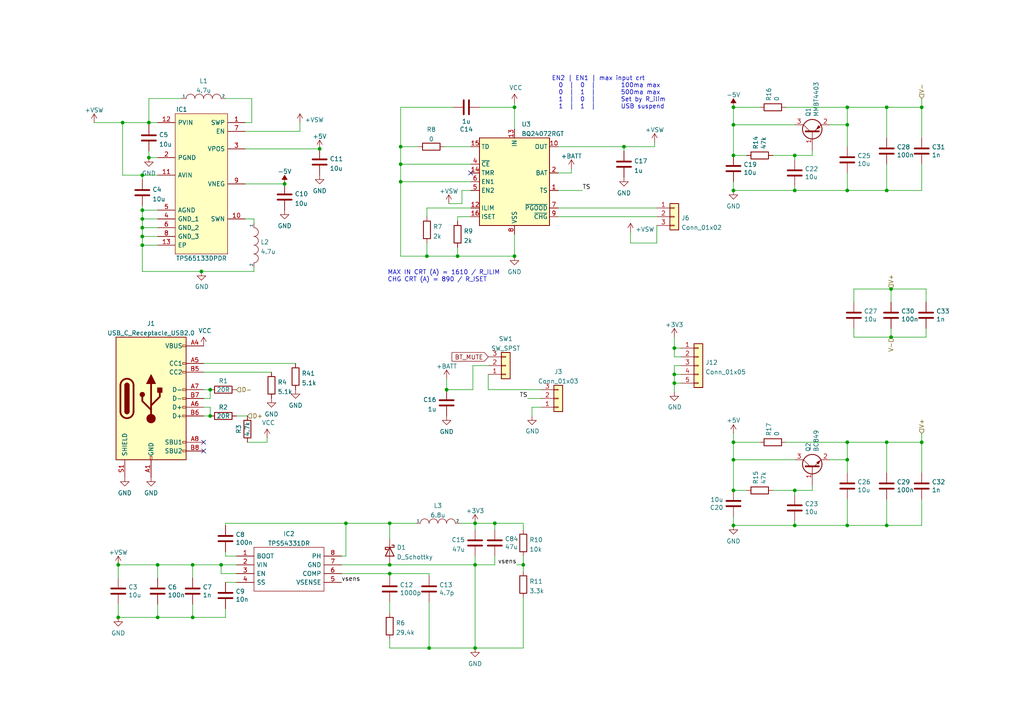
<source format=kicad_sch>
(kicad_sch (version 20211123) (generator eeschema)
  (paper "A4")
  (lib_symbols
    (symbol "Battery_Management:BQ24072RGT"
      (property "Reference" "U" (at -8.89 13.97 0))
      (property "Value" "BQ24072RGT" (at 16.51 13.97 0))
      (symbol "BQ24072RGT_0_1"
        (rectangle (start -10.16 12.7) (end 10.16 -12.7) (stroke (width 0.254)) (fill (type background)))
      )
      (symbol "BQ24072RGT_1_1"
        (pin passive line (at 12.7 -2.54 180) (length 2.54) (name "TS") (number "1"))
        (pin power_out line (at 12.7 10.16 180) (length 2.54) (name "OUT") (number "10"))
        (pin passive line (at 12.7 10.16 180) (length 2.54) hide (name "OUT") (number "11"))
        (pin passive line (at -12.7 -7.62 0) (length 2.54) (name "ILIM") (number "12"))
        (pin power_in line (at 0 15.24 270) (length 2.54) (name "IN") (number "13"))
        (pin input line (at -12.7 2.54 0) (length 2.54) (name "TMR") (number "14"))
        (pin input line (at -12.7 10.16 0) (length 2.54) (name "TD") (number "15"))
        (pin passive line (at -12.7 -10.16 0) (length 2.54) (name "ISET") (number "16"))
        (pin passive line (at 0 -15.24 90) (length 2.54) hide (name "VSS") (number "17"))
        (pin power_out line (at 12.7 2.54 180) (length 2.54) (name "BAT") (number "2"))
        (pin passive line (at 12.7 2.54 180) (length 2.54) hide (name "BAT") (number "3"))
        (pin input line (at -12.7 5.08 0) (length 2.54) (name "~{CE}") (number "4"))
        (pin input line (at -12.7 -2.54 0) (length 2.54) (name "EN2") (number "5"))
        (pin input line (at -12.7 0 0) (length 2.54) (name "EN1") (number "6"))
        (pin open_collector line (at 12.7 -7.62 180) (length 2.54) (name "~{PGOOD}") (number "7"))
        (pin power_in line (at 0 -15.24 90) (length 2.54) (name "VSS") (number "8"))
        (pin open_collector line (at 12.7 -10.16 180) (length 2.54) (name "~{CHG}") (number "9"))
      )
    )
    (symbol "Connector:USB_C_Receptacle_USB2.0" (pin_names (offset 1.016))
      (property "Reference" "J" (at -10.16 19.05 0))
      (property "Value" "USB_C_Receptacle_USB2.0" (at 19.05 19.05 0))
      (symbol "USB_C_Receptacle_USB2.0_0_0"
        (rectangle (start -0.254 -17.78) (end 0.254 -16.764))
        (rectangle (start 10.16 -14.986) (end 9.144 -15.494))
        (rectangle (start 10.16 -12.446) (end 9.144 -12.954))
        (rectangle (start 10.16 -4.826) (end 9.144 -5.334))
        (rectangle (start 10.16 -2.286) (end 9.144 -2.794))
        (rectangle (start 10.16 0.254) (end 9.144 -0.254))
        (rectangle (start 10.16 2.794) (end 9.144 2.286))
        (rectangle (start 10.16 7.874) (end 9.144 7.366))
        (rectangle (start 10.16 10.414) (end 9.144 9.906))
        (rectangle (start 10.16 15.494) (end 9.144 14.986))
      )
      (symbol "USB_C_Receptacle_USB2.0_0_1"
        (rectangle (start -10.16 17.78) (end 10.16 -17.78) (stroke (width 0.254)) (fill (type background)))
        (arc (start -8.89 -3.81) (mid -6.985 -5.715) (end -5.08 -3.81) (stroke (width 0.508)))
        (arc (start -7.62 -3.81) (mid -6.985 -4.445) (end -6.35 -3.81) (stroke (width 0.254)))
        (arc (start -7.62 -3.81) (mid -6.985 -4.445) (end -6.35 -3.81) (stroke (width 0.254)) (fill (type outline)))
        (rectangle (start -7.62 -3.81) (end -6.35 3.81) (stroke (width 0.254)) (fill (type outline)))
        (arc (start -6.35 3.81) (mid -6.985 4.445) (end -7.62 3.81) (stroke (width 0.254)))
        (arc (start -6.35 3.81) (mid -6.985 4.445) (end -7.62 3.81) (stroke (width 0.254)) (fill (type outline)))
        (arc (start -5.08 3.81) (mid -6.985 5.715) (end -8.89 3.81) (stroke (width 0.508)))
        (circle (center -2.54 1.143) (radius 0.635) (stroke (width 0.254)) (fill (type outline)))
        (circle (center 0 -5.842) (radius 1.27) (fill (type outline)))
        (polyline (pts (xy -8.89 -3.81) (xy -8.89 3.81)) (stroke (width 0.508)))
        (polyline (pts (xy -5.08 3.81) (xy -5.08 -3.81)) (stroke (width 0.508)))
        (polyline (pts (xy 0 -5.842) (xy 0 4.318)) (stroke (width 0.508)))
        (polyline (pts (xy 0 -3.302) (xy -2.54 -0.762) (xy -2.54 0.508)) (stroke (width 0.508)))
        (polyline (pts (xy 0 -2.032) (xy 2.54 0.508) (xy 2.54 1.778)) (stroke (width 0.508)))
        (polyline (pts (xy -1.27 4.318) (xy 0 6.858) (xy 1.27 4.318) (xy -1.27 4.318)) (stroke (width 0.254)) (fill (type outline)))
        (rectangle (start 1.905 1.778) (end 3.175 3.048) (stroke (width 0.254)) (fill (type outline)))
      )
      (symbol "USB_C_Receptacle_USB2.0_1_1"
        (pin passive line (at 0 -22.86 90) (length 5.08) (name "GND") (number "A1"))
        (pin passive line (at 0 -22.86 90) (length 5.08) hide (name "GND") (number "A12"))
        (pin passive line (at 15.24 15.24 180) (length 5.08) (name "VBUS") (number "A4"))
        (pin bidirectional line (at 15.24 10.16 180) (length 5.08) (name "CC1") (number "A5"))
        (pin bidirectional line (at 15.24 -2.54 180) (length 5.08) (name "D+") (number "A6"))
        (pin bidirectional line (at 15.24 2.54 180) (length 5.08) (name "D-") (number "A7"))
        (pin bidirectional line (at 15.24 -12.7 180) (length 5.08) (name "SBU1") (number "A8"))
        (pin passive line (at 15.24 15.24 180) (length 5.08) hide (name "VBUS") (number "A9"))
        (pin passive line (at 0 -22.86 90) (length 5.08) hide (name "GND") (number "B1"))
        (pin passive line (at 0 -22.86 90) (length 5.08) hide (name "GND") (number "B12"))
        (pin passive line (at 15.24 15.24 180) (length 5.08) hide (name "VBUS") (number "B4"))
        (pin bidirectional line (at 15.24 7.62 180) (length 5.08) (name "CC2") (number "B5"))
        (pin bidirectional line (at 15.24 -5.08 180) (length 5.08) (name "D+") (number "B6"))
        (pin bidirectional line (at 15.24 0 180) (length 5.08) (name "D-") (number "B7"))
        (pin bidirectional line (at 15.24 -15.24 180) (length 5.08) (name "SBU2") (number "B8"))
        (pin passive line (at 15.24 15.24 180) (length 5.08) hide (name "VBUS") (number "B9"))
        (pin passive line (at -7.62 -22.86 90) (length 5.08) (name "SHIELD") (number "S1"))
      )
    )
    (symbol "Connector_Generic:Conn_01x03" (pin_names (offset 1.016) hide)
      (property "Reference" "J" (at 0 5.08 0))
      (property "Value" "Conn_01x03" (at 0 -5.08 0))
      (symbol "Conn_01x03_1_1"
        (rectangle (start -1.27 -2.413) (end 0 -2.667) (stroke (width 0.1524)))
        (rectangle (start -1.27 0.127) (end 0 -0.127) (stroke (width 0.1524)))
        (rectangle (start -1.27 2.667) (end 0 2.413) (stroke (width 0.1524)))
        (rectangle (start -1.27 3.81) (end 1.27 -3.81) (stroke (width 0.254)) (fill (type background)))
        (pin passive line (at -5.08 2.54 0) (length 3.81) (name "Pin_1") (number "1"))
        (pin passive line (at -5.08 0 0) (length 3.81) (name "Pin_2") (number "2"))
        (pin passive line (at -5.08 -2.54 0) (length 3.81) (name "Pin_3") (number "3"))
      )
    )
    (symbol "Connector_Generic:Conn_01x05" (pin_names (offset 1.016) hide)
      (property "Reference" "J" (at 0 7.62 0))
      (property "Value" "Conn_01x05" (at 0 -7.62 0))
      (symbol "Conn_01x05_1_1"
        (rectangle (start -1.27 -4.953) (end 0 -5.207) (stroke (width 0.1524)))
        (rectangle (start -1.27 -2.413) (end 0 -2.667) (stroke (width 0.1524)))
        (rectangle (start -1.27 0.127) (end 0 -0.127) (stroke (width 0.1524)))
        (rectangle (start -1.27 2.667) (end 0 2.413) (stroke (width 0.1524)))
        (rectangle (start -1.27 5.207) (end 0 4.953) (stroke (width 0.1524)))
        (rectangle (start -1.27 6.35) (end 1.27 -6.35) (stroke (width 0.254)) (fill (type background)))
        (pin passive line (at -5.08 5.08 0) (length 3.81) (name "Pin_1") (number "1"))
        (pin passive line (at -5.08 2.54 0) (length 3.81) (name "Pin_2") (number "2"))
        (pin passive line (at -5.08 0 0) (length 3.81) (name "Pin_3") (number "3"))
        (pin passive line (at -5.08 -2.54 0) (length 3.81) (name "Pin_4") (number "4"))
        (pin passive line (at -5.08 -5.08 0) (length 3.81) (name "Pin_5") (number "5"))
      )
    )
    (symbol "Device:C" (pin_numbers hide) (pin_names (offset 0.254))
      (property "Reference" "C" (at 0.635 2.54 0))
      (property "Value" "C" (at 0.635 -2.54 0))
      (symbol "C_0_1"
        (polyline (pts (xy -2.032 -0.762) (xy 2.032 -0.762)) (stroke (width 0.508)))
        (polyline (pts (xy -2.032 0.762) (xy 2.032 0.762)) (stroke (width 0.508)))
      )
      (symbol "C_1_1"
        (pin passive line (at 0 3.81 270) (length 2.794) (name "~") (number "1"))
        (pin passive line (at 0 -3.81 90) (length 2.794) (name "~") (number "2"))
      )
    )
    (symbol "Device:D_Schottky" (pin_numbers hide) (pin_names (offset 1.016) hide)
      (property "Reference" "D" (at 0 2.54 0))
      (property "Value" "D_Schottky" (at 0 -2.54 0))
      (symbol "D_Schottky_0_1"
        (polyline (pts (xy 1.27 0) (xy -1.27 0)))
        (polyline (pts (xy 1.27 1.27) (xy 1.27 -1.27) (xy -1.27 0) (xy 1.27 1.27)) (stroke (width 0.254)))
        (polyline (pts (xy -1.905 0.635) (xy -1.905 1.27) (xy -1.27 1.27) (xy -1.27 -1.27) (xy -0.635 -1.27) (xy -0.635 -0.635)) (stroke (width 0.254)))
      )
      (symbol "D_Schottky_1_1"
        (pin passive line (at -3.81 0 0) (length 2.54) (name "K") (number "1"))
        (pin passive line (at 3.81 0 180) (length 2.54) (name "A") (number "2"))
      )
    )
    (symbol "Device:Q_PNP_BEC" (pin_names (offset 0) hide)
      (property "Reference" "Q" (at 5.08 1.27 0))
      (property "Value" "Q_PNP_BEC" (at 5.08 -1.27 0))
      (symbol "Q_PNP_BEC_0_1"
        (polyline (pts (xy 0.635 0.635) (xy 2.54 2.54)))
        (polyline (pts (xy 0.635 -0.635) (xy 2.54 -2.54) (xy 2.54 -2.54)))
        (polyline (pts (xy 0.635 1.905) (xy 0.635 -1.905) (xy 0.635 -1.905)) (stroke (width 0.508)))
        (polyline (pts (xy 2.286 -1.778) (xy 1.778 -2.286) (xy 1.27 -1.27) (xy 2.286 -1.778) (xy 2.286 -1.778)) (fill (type outline)))
        (circle (center 1.27 0) (radius 2.8194) (stroke (width 0.254)))
      )
      (symbol "Q_PNP_BEC_1_1"
        (pin input line (at -5.08 0 0) (length 5.715) (name "B") (number "1"))
        (pin passive line (at 2.54 -5.08 90) (length 2.54) (name "E") (number "2"))
        (pin passive line (at 2.54 5.08 270) (length 2.54) (name "C") (number "3"))
      )
    )
    (symbol "Device:R" (pin_numbers hide) (pin_names (offset 0))
      (property "Reference" "R" (at 2.032 0 90))
      (property "Value" "R" (at 0 0 90))
      (symbol "R_0_1"
        (rectangle (start -1.016 -2.54) (end 1.016 2.54) (stroke (width 0.254)))
      )
      (symbol "R_1_1"
        (pin passive line (at 0 3.81 270) (length 1.27) (name "~") (number "1"))
        (pin passive line (at 0 -3.81 90) (length 1.27) (name "~") (number "2"))
      )
    )
    (symbol "SamacSys_Parts:TPS54331DR" (pin_names (offset 0.762))
      (property "Reference" "IC" (at 26.67 7.62 0))
      (property "Value" "TPS54331DR" (at 26.67 5.08 0))
      (symbol "TPS54331DR_0_0"
        (pin passive line (at 0 0 0) (length 5.08) (name "BOOT") (number "1"))
        (pin passive line (at 0 -2.54 0) (length 5.08) (name "VIN") (number "2"))
        (pin passive line (at 0 -5.08 0) (length 5.08) (name "EN") (number "3"))
        (pin passive line (at 0 -7.62 0) (length 5.08) (name "SS") (number "4"))
        (pin passive line (at 30.48 -7.62 180) (length 5.08) (name "VSENSE") (number "5"))
        (pin passive line (at 30.48 -5.08 180) (length 5.08) (name "COMP") (number "6"))
        (pin passive line (at 30.48 -2.54 180) (length 5.08) (name "GND") (number "7"))
        (pin passive line (at 30.48 0 180) (length 5.08) (name "PH") (number "8"))
      )
      (symbol "TPS54331DR_0_1"
        (polyline (pts (xy 5.08 2.54) (xy 25.4 2.54) (xy 25.4 -10.16) (xy 5.08 -10.16) (xy 5.08 2.54)) (stroke (width 0.1524)))
      )
    )
    (symbol "SamacSys_Parts:TPS65133DPDR" (pin_names (offset 0.762))
      (property "Reference" "IC" (at 7.62 12.7 0))
      (property "Value" "TPS65133DPDR" (at 7.62 -30.48 0))
      (symbol "TPS65133DPDR_0_0"
        (pin passive line (at 27.94 8.89 180) (length 5.08) (name "SWP") (number "1"))
        (pin passive line (at 27.94 -19.05 180) (length 5.08) (name "SWN") (number "10"))
        (pin passive line (at 2.54 -6.35 0) (length 5.08) (name "AVIN") (number "11"))
        (pin passive line (at 2.54 8.89 0) (length 5.08) (name "PVIN") (number "12"))
        (pin passive line (at 2.54 -26.67 0) (length 5.08) (name "EP") (number "13"))
        (pin passive line (at 2.54 -1.27 0) (length 5.08) (name "PGND") (number "2"))
        (pin passive line (at 27.94 1.27 180) (length 5.08) (name "VPOS") (number "3"))
        (pin passive line (at 2.54 -19.05 0) (length 5.08) (name "GND_1") (number "4"))
        (pin passive line (at 2.54 -16.51 0) (length 5.08) (name "AGND") (number "5"))
        (pin passive line (at 2.54 -21.59 0) (length 5.08) (name "GND_2") (number "6"))
        (pin passive line (at 27.94 6.35 180) (length 5.08) (name "EN") (number "7"))
        (pin passive line (at 2.54 -24.13 0) (length 5.08) (name "GND_3") (number "8"))
        (pin passive line (at 27.94 -8.89 180) (length 5.08) (name "VNEG") (number "9"))
      )
      (symbol "TPS65133DPDR_0_1"
        (rectangle (start 7.62 11.43) (end 22.86 -29.21) (fill (type background)))
      )
    )
    (symbol "Transistor_BJT:BC849" (pin_names (offset 0) hide)
      (property "Reference" "Q" (at 5.08 1.905 0))
      (property "Value" "BC849" (at 5.08 0 0))
      (symbol "BC849_0_1"
        (polyline (pts (xy 0.635 0.635) (xy 2.54 2.54)))
        (polyline (pts (xy 0.635 -0.635) (xy 2.54 -2.54) (xy 2.54 -2.54)))
        (polyline (pts (xy 0.635 1.905) (xy 0.635 -1.905) (xy 0.635 -1.905)) (stroke (width 0.508)))
        (polyline (pts (xy 1.27 -1.778) (xy 1.778 -1.27) (xy 2.286 -2.286) (xy 1.27 -1.778) (xy 1.27 -1.778)) (fill (type outline)))
        (circle (center 1.27 0) (radius 2.8194) (stroke (width 0.254)))
      )
      (symbol "BC849_1_1"
        (pin input line (at -5.08 0 0) (length 5.715) (name "B") (number "1"))
        (pin passive line (at 2.54 -5.08 90) (length 2.54) (name "E") (number "2"))
        (pin passive line (at 2.54 5.08 270) (length 2.54) (name "C") (number "3"))
      )
    )
    (symbol "power:+3.3V" (power) (pin_names (offset 0))
      (property "Value" "+3.3V" (at 0 3.556 0))
      (symbol "+3.3V_0_1"
        (polyline (pts (xy -0.762 1.27) (xy 0 2.54)))
        (polyline (pts (xy 0 0) (xy 0 2.54)))
        (polyline (pts (xy 0 2.54) (xy 0.762 1.27)))
      )
      (symbol "+3.3V_1_1"
        (pin power_in line (at 0 0 90) (length 0) hide (name "+3V3") (number "1"))
      )
    )
    (symbol "power:+5V" (power) (pin_names (offset 0))
      (property "Value" "+5V" (at 0 3.556 0))
      (symbol "+5V_0_1"
        (polyline (pts (xy -0.762 1.27) (xy 0 2.54)))
        (polyline (pts (xy 0 0) (xy 0 2.54)))
        (polyline (pts (xy 0 2.54) (xy 0.762 1.27)))
      )
      (symbol "+5V_1_1"
        (pin power_in line (at 0 0 90) (length 0) hide (name "+5V") (number "1"))
      )
    )
    (symbol "power:+BATT" (power) (pin_names (offset 0))
      (property "Value" "+BATT" (at 0 3.556 0))
      (symbol "+BATT_0_1"
        (polyline (pts (xy -0.762 1.27) (xy 0 2.54)))
        (polyline (pts (xy 0 0) (xy 0 2.54)))
        (polyline (pts (xy 0 2.54) (xy 0.762 1.27)))
      )
      (symbol "+BATT_1_1"
        (pin power_in line (at 0 0 90) (length 0) hide (name "+BATT") (number "1"))
      )
    )
    (symbol "power:+VSW" (power) (pin_names (offset 0))
      (property "Value" "+VSW" (at 0 3.556 0))
      (symbol "+VSW_0_1"
        (polyline (pts (xy -0.762 1.27) (xy 0 2.54)))
        (polyline (pts (xy 0 0) (xy 0 2.54)))
        (polyline (pts (xy 0 2.54) (xy 0.762 1.27)))
      )
      (symbol "+VSW_1_1"
        (pin power_in line (at 0 0 90) (length 0) hide (name "+VSW") (number "1"))
      )
    )
    (symbol "power:-5V" (power) (pin_names (offset 0))
      (property "Value" "-5V" (at 0 3.81 0))
      (symbol "-5V_0_0"
        (pin power_in line (at 0 0 90) (length 0) hide (name "-5V") (number "1"))
      )
      (symbol "-5V_0_1"
        (polyline (pts (xy 0 0) (xy 0 1.27) (xy 0.762 1.27) (xy 0 2.54) (xy -0.762 1.27) (xy 0 1.27)) (fill (type outline)))
      )
    )
    (symbol "power:GND" (power) (pin_names (offset 0))
      (property "Value" "GND" (at 0 -3.81 0))
      (symbol "GND_0_1"
        (polyline (pts (xy 0 0) (xy 0 -1.27) (xy 1.27 -1.27) (xy 0 -2.54) (xy -1.27 -1.27) (xy 0 -1.27)))
      )
      (symbol "GND_1_1"
        (pin power_in line (at 0 0 270) (length 0) hide (name "GND") (number "1"))
      )
    )
    (symbol "power:VCC" (power) (pin_names (offset 0))
      (property "Value" "VCC" (at 0 3.81 0))
      (symbol "VCC_0_1"
        (polyline (pts (xy -0.762 1.27) (xy 0 2.54)))
        (polyline (pts (xy 0 0) (xy 0 2.54)))
        (polyline (pts (xy 0 2.54) (xy 0.762 1.27)))
      )
      (symbol "VCC_1_1"
        (pin power_in line (at 0 0 90) (length 0) hide (name "VCC") (number "1"))
      )
    )
    (symbol "pspice:INDUCTOR" (pin_numbers hide) (pin_names (offset 0))
      (property "Reference" "L" (at 0 2.54 0))
      (property "Value" "INDUCTOR" (at 0 -1.27 0))
      (symbol "INDUCTOR_0_1"
        (arc (start -2.54 0) (mid -3.81 1.27) (end -5.08 0))
        (arc (start 0 0) (mid -1.27 1.27) (end -2.54 0))
        (arc (start 2.54 0) (mid 1.27 1.27) (end 0 0))
        (arc (start 5.08 0) (mid 3.81 1.27) (end 2.54 0))
      )
      (symbol "INDUCTOR_1_1"
        (pin input line (at -6.35 0 0) (length 1.27) (name "1") (number "1"))
        (pin input line (at 6.35 0 180) (length 1.27) (name "2") (number "2"))
      )
    )
  )
  (junction (at 41.275 63.5))
  (junction (at 257.175 152.4))
  (junction (at 58.42 78.74))
  (junction (at 143.51 151.765))
  (junction (at 212.725 128.27))
  (junction (at 245.745 128.27))
  (junction (at 132.715 74.295))
  (junction (at 116.205 52.705))
  (junction (at 55.88 163.83))
  (junction (at 116.205 42.545))
  (junction (at 258.445 97.79))
  (junction (at 195.58 100.965))
  (junction (at 55.88 179.07))
  (junction (at 180.975 42.545))
  (junction (at 64.135 163.83))
  (junction (at 149.225 74.295))
  (junction (at 137.795 151.765))
  (junction (at 100.33 151.765))
  (junction (at 258.445 83.82))
  (junction (at 230.505 45.085))
  (junction (at 41.275 66.04))
  (junction (at 212.725 45.085))
  (junction (at 45.72 179.07))
  (junction (at 245.745 55.245))
  (junction (at 60.96 120.65))
  (junction (at 245.745 152.4))
  (junction (at 257.175 55.245))
  (junction (at 230.505 152.4))
  (junction (at 92.71 43.18))
  (junction (at 41.275 68.58))
  (junction (at 267.335 31.115))
  (junction (at 45.72 163.83))
  (junction (at 35.56 35.56))
  (junction (at 41.275 71.12))
  (junction (at 116.205 47.625))
  (junction (at 113.03 163.83))
  (junction (at 245.745 133.35))
  (junction (at 151.765 163.83))
  (junction (at 124.46 187.96))
  (junction (at 230.505 55.245))
  (junction (at 257.175 31.115))
  (junction (at 113.03 151.765))
  (junction (at 60.96 113.03))
  (junction (at 195.58 108.585))
  (junction (at 34.29 179.07))
  (junction (at 212.725 142.24))
  (junction (at 230.505 142.24))
  (junction (at 82.55 53.34))
  (junction (at 245.745 36.195))
  (junction (at 195.58 111.125))
  (junction (at 212.725 133.35))
  (junction (at 212.725 36.195))
  (junction (at 34.29 163.83))
  (junction (at 137.795 163.83))
  (junction (at 43.18 35.56))
  (junction (at 149.225 31.115))
  (junction (at 257.175 128.27))
  (junction (at 113.03 166.37))
  (junction (at 267.335 128.27))
  (junction (at 43.18 45.72))
  (junction (at 245.745 31.115))
  (junction (at 137.795 187.96))
  (junction (at 123.825 74.295))
  (junction (at 129.54 113.03))
  (junction (at 212.725 152.4))
  (junction (at 41.275 60.96))
  (junction (at 212.725 31.115))
  (junction (at 212.725 55.245))
  (junction (at 41.275 50.8))
  (no_connect (at 59.055 128.27))
  (no_connect (at 59.055 130.81))
  (no_connect (at 136.525 50.165))
  (wire (pts (xy 128.905 42.545) (xy 136.525 42.545)))
  (wire (pts (xy 247.65 83.82) (xy 258.445 83.82)))
  (wire (pts (xy 257.175 47.625) (xy 257.175 55.245)))
  (wire (pts (xy 45.72 175.26) (xy 45.72 179.07)))
  (wire (pts (xy 195.58 103.505) (xy 195.58 100.965)))
  (wire (pts (xy 41.275 63.5) (xy 41.275 66.04)))
  (wire (pts (xy 43.18 35.56) (xy 43.18 36.195)))
  (wire (pts (xy 258.445 97.79) (xy 268.605 97.79)))
  (wire (pts (xy 151.765 153.67) (xy 151.765 151.765)))
  (wire (pts (xy 136.525 47.625) (xy 116.205 47.625)))
  (wire (pts (xy 73.025 35.56) (xy 71.12 35.56)))
  (wire (pts (xy 245.745 55.245) (xy 245.745 50.165)))
  (wire (pts (xy 180.975 42.545) (xy 189.865 42.545)))
  (wire (pts (xy 41.275 50.8) (xy 35.56 50.8)))
  (wire (pts (xy 133.985 59.055) (xy 133.985 55.245)))
  (wire (pts (xy 154.305 118.11) (xy 156.845 118.11)))
  (wire (pts (xy 124.46 166.37) (xy 124.46 167.005)))
  (wire (pts (xy 137.795 187.96) (xy 124.46 187.96)))
  (wire (pts (xy 195.58 106.045) (xy 197.485 106.045)))
  (wire (pts (xy 224.155 45.085) (xy 230.505 45.085)))
  (wire (pts (xy 212.725 55.245) (xy 230.505 55.245)))
  (wire (pts (xy 86.995 35.56) (xy 86.995 38.1)))
  (wire (pts (xy 195.58 111.125) (xy 197.485 111.125)))
  (wire (pts (xy 230.505 55.245) (xy 245.745 55.245)))
  (wire (pts (xy 245.745 42.545) (xy 245.745 36.195)))
  (wire (pts (xy 227.965 31.115) (xy 245.745 31.115)))
  (wire (pts (xy 267.335 152.4) (xy 267.335 144.78)))
  (wire (pts (xy 71.12 38.1) (xy 86.995 38.1)))
  (wire (pts (xy 245.745 152.4) (xy 257.175 152.4)))
  (wire (pts (xy 123.825 74.295) (xy 132.715 74.295)))
  (wire (pts (xy 197.485 103.505) (xy 195.58 103.505)))
  (wire (pts (xy 257.175 137.16) (xy 257.175 128.27)))
  (wire (pts (xy 65.405 151.765) (xy 65.405 152.4)))
  (wire (pts (xy 143.51 161.29) (xy 143.51 163.83)))
  (wire (pts (xy 245.745 128.27) (xy 245.745 133.35)))
  (wire (pts (xy 41.275 60.96) (xy 41.275 63.5)))
  (wire (pts (xy 45.72 60.96) (xy 41.275 60.96)))
  (wire (pts (xy 230.505 152.4) (xy 230.505 151.13)))
  (wire (pts (xy 212.725 125.73) (xy 212.725 128.27)))
  (wire (pts (xy 235.585 45.085) (xy 235.585 43.815)))
  (wire (pts (xy 113.03 174.625) (xy 113.03 177.8)))
  (wire (pts (xy 230.505 152.4) (xy 245.745 152.4)))
  (wire (pts (xy 212.725 36.195) (xy 230.505 36.195)))
  (wire (pts (xy 257.175 40.005) (xy 257.175 31.115)))
  (wire (pts (xy 41.275 71.12) (xy 41.275 78.74)))
  (wire (pts (xy 195.58 108.585) (xy 195.58 111.125)))
  (wire (pts (xy 137.795 163.83) (xy 137.795 187.96)))
  (wire (pts (xy 136.525 60.325) (xy 123.825 60.325)))
  (wire (pts (xy 68.58 166.37) (xy 64.135 166.37)))
  (wire (pts (xy 258.445 83.82) (xy 268.605 83.82)))
  (wire (pts (xy 43.18 45.72) (xy 43.18 43.815)))
  (wire (pts (xy 151.765 187.96) (xy 137.795 187.96)))
  (wire (pts (xy 137.795 163.83) (xy 137.795 161.29)))
  (wire (pts (xy 216.535 142.24) (xy 212.725 142.24)))
  (wire (pts (xy 116.205 74.295) (xy 123.825 74.295)))
  (wire (pts (xy 267.335 128.27) (xy 267.335 125.73)))
  (wire (pts (xy 43.18 28.575) (xy 52.705 28.575)))
  (wire (pts (xy 245.745 137.16) (xy 245.745 133.35)))
  (wire (pts (xy 133.35 151.765) (xy 137.795 151.765)))
  (wire (pts (xy 141.605 108.585) (xy 141.605 113.03)))
  (wire (pts (xy 257.175 144.78) (xy 257.175 152.4)))
  (wire (pts (xy 230.505 143.51) (xy 230.505 142.24)))
  (wire (pts (xy 43.18 35.56) (xy 43.18 28.575)))
  (wire (pts (xy 43.18 45.72) (xy 45.72 45.72)))
  (wire (pts (xy 113.03 163.83) (xy 137.795 163.83)))
  (wire (pts (xy 224.155 142.24) (xy 230.505 142.24)))
  (wire (pts (xy 129.54 109.855) (xy 129.54 113.03)))
  (wire (pts (xy 116.205 52.705) (xy 116.205 74.295)))
  (wire (pts (xy 189.865 41.275) (xy 189.865 42.545)))
  (wire (pts (xy 216.535 45.085) (xy 212.725 45.085)))
  (wire (pts (xy 212.725 128.27) (xy 212.725 133.35)))
  (wire (pts (xy 41.275 66.04) (xy 41.275 68.58)))
  (wire (pts (xy 149.86 163.83) (xy 151.765 163.83)))
  (wire (pts (xy 35.56 35.56) (xy 43.18 35.56)))
  (wire (pts (xy 116.205 31.115) (xy 131.445 31.115)))
  (wire (pts (xy 212.725 149.86) (xy 212.725 152.4)))
  (wire (pts (xy 45.72 163.83) (xy 45.72 167.64)))
  (wire (pts (xy 212.725 128.27) (xy 220.345 128.27)))
  (wire (pts (xy 120.65 151.765) (xy 113.03 151.765)))
  (wire (pts (xy 132.715 64.135) (xy 132.715 62.865)))
  (wire (pts (xy 77.47 128.27) (xy 77.47 127)))
  (wire (pts (xy 60.96 115.57) (xy 60.96 113.03)))
  (wire (pts (xy 151.765 163.83) (xy 151.765 165.735)))
  (wire (pts (xy 212.725 31.115) (xy 220.345 31.115)))
  (wire (pts (xy 149.225 31.115) (xy 149.225 37.465)))
  (wire (pts (xy 59.055 120.65) (xy 60.96 120.65)))
  (wire (pts (xy 124.46 187.96) (xy 113.03 187.96)))
  (wire (pts (xy 121.285 42.545) (xy 116.205 42.545)))
  (wire (pts (xy 65.405 179.07) (xy 55.88 179.07)))
  (wire (pts (xy 123.825 70.485) (xy 123.825 74.295)))
  (wire (pts (xy 247.65 95.25) (xy 247.65 97.79)))
  (wire (pts (xy 139.065 31.115) (xy 149.225 31.115)))
  (wire (pts (xy 55.88 163.83) (xy 64.135 163.83)))
  (wire (pts (xy 73.66 63.5) (xy 73.66 64.77)))
  (wire (pts (xy 230.505 46.355) (xy 230.505 45.085)))
  (wire (pts (xy 41.275 63.5) (xy 45.72 63.5)))
  (wire (pts (xy 41.275 68.58) (xy 45.72 68.58)))
  (wire (pts (xy 73.66 78.74) (xy 58.42 78.74)))
  (wire (pts (xy 71.12 53.34) (xy 82.55 53.34)))
  (wire (pts (xy 45.72 35.56) (xy 43.18 35.56)))
  (wire (pts (xy 257.175 31.115) (xy 245.745 31.115)))
  (wire (pts (xy 161.925 55.245) (xy 168.91 55.245)))
  (wire (pts (xy 41.275 71.12) (xy 45.72 71.12)))
  (wire (pts (xy 161.925 60.325) (xy 190.5 60.325)))
  (wire (pts (xy 68.58 120.65) (xy 71.755 120.65)))
  (wire (pts (xy 55.88 163.83) (xy 55.88 167.64)))
  (wire (pts (xy 45.72 50.8) (xy 41.275 50.8)))
  (wire (pts (xy 180.975 42.545) (xy 180.975 43.815)))
  (wire (pts (xy 153.035 115.57) (xy 156.845 115.57)))
  (wire (pts (xy 73.66 77.47) (xy 73.66 78.74)))
  (wire (pts (xy 34.29 179.07) (xy 45.72 179.07)))
  (wire (pts (xy 65.405 176.53) (xy 65.405 179.07)))
  (wire (pts (xy 60.96 118.11) (xy 60.96 120.65)))
  (wire (pts (xy 41.275 59.69) (xy 41.275 60.96)))
  (wire (pts (xy 136.525 52.705) (xy 116.205 52.705)))
  (wire (pts (xy 59.055 105.41) (xy 85.725 105.41)))
  (wire (pts (xy 132.715 74.295) (xy 149.225 74.295)))
  (wire (pts (xy 65.405 28.575) (xy 73.025 28.575)))
  (wire (pts (xy 245.745 36.195) (xy 245.745 31.115)))
  (wire (pts (xy 212.725 52.705) (xy 212.725 55.245)))
  (wire (pts (xy 247.65 87.63) (xy 247.65 83.82)))
  (wire (pts (xy 247.65 97.79) (xy 258.445 97.79)))
  (wire (pts (xy 161.925 42.545) (xy 180.975 42.545)))
  (wire (pts (xy 45.72 179.07) (xy 55.88 179.07)))
  (wire (pts (xy 137.16 106.045) (xy 137.16 113.03)))
  (wire (pts (xy 132.715 71.755) (xy 132.715 74.295)))
  (wire (pts (xy 230.505 142.24) (xy 235.585 142.24)))
  (wire (pts (xy 212.725 31.115) (xy 212.725 36.195)))
  (wire (pts (xy 59.055 115.57) (xy 60.96 115.57)))
  (wire (pts (xy 240.665 36.195) (xy 245.745 36.195)))
  (wire (pts (xy 59.055 118.11) (xy 60.96 118.11)))
  (wire (pts (xy 230.505 45.085) (xy 235.585 45.085)))
  (wire (pts (xy 190.5 70.485) (xy 190.5 65.405)))
  (wire (pts (xy 267.335 31.115) (xy 267.335 28.575)))
  (wire (pts (xy 257.175 128.27) (xy 267.335 128.27)))
  (wire (pts (xy 34.29 163.83) (xy 45.72 163.83)))
  (wire (pts (xy 123.825 60.325) (xy 123.825 62.865)))
  (wire (pts (xy 268.605 97.79) (xy 268.605 95.25)))
  (wire (pts (xy 45.72 66.04) (xy 41.275 66.04)))
  (wire (pts (xy 212.725 45.085) (xy 212.725 36.195)))
  (wire (pts (xy 182.88 67.31) (xy 182.88 70.485)))
  (wire (pts (xy 113.03 187.96) (xy 113.03 185.42)))
  (wire (pts (xy 132.715 62.865) (xy 136.525 62.865)))
  (wire (pts (xy 245.745 128.27) (xy 257.175 128.27)))
  (wire (pts (xy 141.605 113.03) (xy 156.845 113.03)))
  (wire (pts (xy 267.335 128.27) (xy 267.335 137.16)))
  (wire (pts (xy 65.405 168.91) (xy 68.58 168.91)))
  (wire (pts (xy 116.205 47.625) (xy 116.205 52.705)))
  (wire (pts (xy 227.965 128.27) (xy 245.745 128.27)))
  (wire (pts (xy 113.03 166.37) (xy 113.03 167.005)))
  (wire (pts (xy 195.58 111.125) (xy 195.58 113.665)))
  (wire (pts (xy 230.505 55.245) (xy 230.505 53.975)))
  (wire (pts (xy 149.225 29.845) (xy 149.225 31.115)))
  (wire (pts (xy 267.335 31.115) (xy 267.335 40.005)))
  (wire (pts (xy 137.795 163.83) (xy 143.51 163.83)))
  (wire (pts (xy 71.755 128.27) (xy 77.47 128.27)))
  (wire (pts (xy 195.58 106.045) (xy 195.58 108.585)))
  (wire (pts (xy 35.56 50.8) (xy 35.56 35.56)))
  (wire (pts (xy 258.445 83.82) (xy 258.445 87.63)))
  (wire (pts (xy 55.88 179.07) (xy 55.88 175.26)))
  (wire (pts (xy 212.725 152.4) (xy 230.505 152.4)))
  (wire (pts (xy 60.96 113.03) (xy 59.055 113.03)))
  (wire (pts (xy 68.58 161.29) (xy 65.405 161.29)))
  (wire (pts (xy 141.605 106.045) (xy 137.16 106.045)))
  (wire (pts (xy 64.135 166.37) (xy 64.135 163.83)))
  (wire (pts (xy 124.46 174.625) (xy 124.46 187.96)))
  (wire (pts (xy 245.745 55.245) (xy 257.175 55.245)))
  (wire (pts (xy 45.72 163.83) (xy 55.88 163.83)))
  (wire (pts (xy 41.275 50.8) (xy 41.275 52.07)))
  (wire (pts (xy 149.225 67.945) (xy 149.225 74.295)))
  (wire (pts (xy 245.745 152.4) (xy 245.745 144.78)))
  (wire (pts (xy 212.725 142.24) (xy 212.725 133.35)))
  (wire (pts (xy 113.03 166.37) (xy 124.46 166.37)))
  (wire (pts (xy 165.735 50.165) (xy 165.735 48.895)))
  (wire (pts (xy 100.33 151.765) (xy 100.33 161.29)))
  (wire (pts (xy 71.12 63.5) (xy 73.66 63.5)))
  (wire (pts (xy 195.58 100.965) (xy 195.58 97.79)))
  (wire (pts (xy 129.54 113.03) (xy 137.16 113.03)))
  (wire (pts (xy 161.925 62.865) (xy 190.5 62.865)))
  (wire (pts (xy 240.665 133.35) (xy 245.745 133.35)))
  (wire (pts (xy 195.58 108.585) (xy 197.485 108.585)))
  (wire (pts (xy 99.06 161.29) (xy 100.33 161.29)))
  (wire (pts (xy 267.335 55.245) (xy 267.335 47.625)))
  (wire (pts (xy 151.765 163.83) (xy 151.765 161.29)))
  (wire (pts (xy 235.585 142.24) (xy 235.585 140.97)))
  (wire (pts (xy 34.29 175.26) (xy 34.29 179.07)))
  (wire (pts (xy 137.795 153.67) (xy 137.795 151.765)))
  (wire (pts (xy 257.175 55.245) (xy 267.335 55.245)))
  (wire (pts (xy 130.175 59.055) (xy 133.985 59.055)))
  (wire (pts (xy 99.06 166.37) (xy 113.03 166.37)))
  (wire (pts (xy 116.205 31.115) (xy 116.205 42.545)))
  (wire (pts (xy 212.725 133.35) (xy 230.505 133.35)))
  (wire (pts (xy 151.765 151.765) (xy 143.51 151.765)))
  (wire (pts (xy 71.12 43.18) (xy 92.71 43.18)))
  (wire (pts (xy 73.025 28.575) (xy 73.025 35.56)))
  (wire (pts (xy 116.205 42.545) (xy 116.205 47.625)))
  (wire (pts (xy 161.925 50.165) (xy 165.735 50.165)))
  (wire (pts (xy 151.765 173.355) (xy 151.765 187.96)))
  (wire (pts (xy 195.58 100.965) (xy 197.485 100.965)))
  (wire (pts (xy 59.055 107.95) (xy 78.74 107.95)))
  (wire (pts (xy 257.175 152.4) (xy 267.335 152.4)))
  (wire (pts (xy 133.985 55.245) (xy 136.525 55.245)))
  (wire (pts (xy 113.03 151.765) (xy 100.33 151.765)))
  (wire (pts (xy 100.33 151.765) (xy 65.405 151.765)))
  (wire (pts (xy 182.88 70.485) (xy 190.5 70.485)))
  (wire (pts (xy 267.335 31.115) (xy 257.175 31.115)))
  (wire (pts (xy 154.305 118.11) (xy 154.305 120.65)))
  (wire (pts (xy 34.29 167.64) (xy 34.29 163.83)))
  (wire (pts (xy 143.51 151.765) (xy 143.51 153.67)))
  (wire (pts (xy 64.135 163.83) (xy 68.58 163.83)))
  (wire (pts (xy 143.51 151.765) (xy 137.795 151.765)))
  (wire (pts (xy 27.305 35.56) (xy 35.56 35.56)))
  (wire (pts (xy 41.275 78.74) (xy 58.42 78.74)))
  (wire (pts (xy 99.06 163.83) (xy 113.03 163.83)))
  (wire (pts (xy 65.405 161.29) (xy 65.405 160.02)))
  (wire (pts (xy 258.445 95.25) (xy 258.445 97.79)))
  (wire (pts (xy 268.605 83.82) (xy 268.605 87.63)))
  (wire (pts (xy 41.275 68.58) (xy 41.275 71.12)))
  (wire (pts (xy 113.03 151.765) (xy 113.03 156.21)))
  (text "MAX IN CRT (A) = 1610 / R_ILIM\nCHG CRT (A) = 890 / R_ISET" (at 112.395 81.915 0) (effects (font (size 1.27 1.27)) (justify left bottom)))
  (text "EN2 | EN1 | max input crt\n  0  |  0  |	100ma max\n  0  |  1  |	500ma max\n  1  |  0  |	Set by R_ilim\n  1  |  1  |	USB suspend" (at 160.02 31.75 0) (effects (font (size 1.27 1.27)) (justify left bottom)))
  (label "vsens" (at 99.06 168.91 0))
  (label "TS" (at 153.035 115.57 180))
  (label "vsens" (at 149.86 163.83 180))
  (label "TS" (at 168.91 55.245 0))
  (global_label "BT_MUTE" (shape input) (at 141.605 103.505 180) (property "Intersheet References" "${INTERSHEET_REFS}" (effects hide)))
  (hierarchical_label "D-" (shape input) (at 68.58 113.03 0))
  (hierarchical_label "V-" (shape input) (at 258.445 97.79 270))
  (hierarchical_label "D+" (shape input) (at 71.755 120.65 0))
  (hierarchical_label "V+" (shape input) (at 258.445 83.82 90))
  (hierarchical_label "V-" (shape input) (at 267.335 28.575 90))
  (hierarchical_label "V+" (shape input) (at 267.335 125.73 90))
  (symbol (lib_id "Transistor_BJT:BC849") (at 235.585 135.89 90) (unit 1)
    (property "Reference" "Q2" (at 234.4166 131.0386 0) (effects (justify left)))
    (property "Value" "BC849" (at 236.728 131.0386 0) (effects (justify left)))
    (property "Footprint" "Package_TO_SOT_SMD:SOT-23" (effects hide))
    (property "Datasheet" "http://www.infineon.com/dgdl/Infineon-BC847SERIES_BC848SERIES_BC849SERIES_BC850SERIES-DS-v01_01-en.pdf?fileId=db3a304314dca389011541d4630a1657" (effects hide))
  )
  (symbol (lib_id "Device:R") (at 220.345 142.24 90) (unit 1)
    (property "Reference" "R15" (at 219.1766 140.462 0) (effects (justify left)))
    (property "Value" "47k" (at 221.488 140.462 0) (effects (justify left)))
    (property "Footprint" "Resistor_SMD:R_0603_1608Metric" (effects hide))
  )
  (symbol (lib_id "Device:Q_PNP_BEC") (at 235.585 38.735 90) (unit 1)
    (property "Reference" "Q1" (at 234.4166 33.8836 0) (effects (justify left)))
    (property "Value" "MMBT4403" (at 236.728 33.8836 0) (effects (justify left)))
    (property "Footprint" "Package_TO_SOT_SMD:SOT-23" (effects hide))
  )
  (symbol (lib_id "Device:C") (at 230.505 147.32 0) (unit 1)
    (property "Reference" "C23" (at 233.426 146.1516 0) (effects (justify left)))
    (property "Value" "10u" (at 233.426 148.463 0) (effects (justify left)))
    (property "Footprint" "Capacitor_SMD:C_0603_1608Metric" (effects hide))
  )
  (symbol (lib_id "Device:R") (at 220.345 45.085 90) (unit 1)
    (property "Reference" "R14" (at 219.1766 43.307 0) (effects (justify left)))
    (property "Value" "47k" (at 221.488 43.307 0) (effects (justify left)))
    (property "Footprint" "Resistor_SMD:R_0603_1608Metric" (effects hide))
  )
  (symbol (lib_id "Device:C") (at 230.505 50.165 0) (unit 1)
    (property "Reference" "C22" (at 233.426 48.9966 0) (effects (justify left)))
    (property "Value" "10u" (at 233.426 51.308 0) (effects (justify left)))
    (property "Footprint" "Capacitor_SMD:C_0603_1608Metric" (effects hide))
  )
  (symbol (lib_id "Device:C") (at 212.725 146.05 180) (unit 1)
    (property "Reference" "C20" (at 209.804 147.2184 0) (effects (justify left)))
    (property "Value" "10u" (at 209.804 144.907 0) (effects (justify left)))
    (property "Footprint" "Capacitor_SMD:C_0603_1608Metric" (effects hide))
  )
  (symbol (lib_id "Device:C") (at 212.725 48.895 0) (unit 1)
    (property "Reference" "C19" (at 215.646 47.7266 0) (effects (justify left)))
    (property "Value" "10u" (at 215.646 50.038 0) (effects (justify left)))
    (property "Footprint" "Capacitor_SMD:C_0603_1608Metric" (effects hide))
  )
  (symbol (lib_id "Device:R") (at 224.155 31.115 90) (unit 1)
    (property "Reference" "R16" (at 222.9866 29.337 0) (effects (justify left)))
    (property "Value" "0" (at 225.298 29.337 0) (effects (justify left)))
    (property "Footprint" "Resistor_SMD:R_0603_1608Metric" (effects hide))
  )
  (symbol (lib_id "Device:R") (at 224.155 128.27 90) (unit 1)
    (property "Reference" "R17" (at 222.9866 126.492 0) (effects (justify left)))
    (property "Value" "0" (at 225.298 126.492 0) (effects (justify left)))
    (property "Footprint" "Resistor_SMD:R_0603_1608Metric" (effects hide))
  )
  (symbol (lib_id "Device:R") (at 123.825 66.675 0) (unit 1)
    (property "Reference" "R7" (at 125.603 65.7665 0) (effects (justify left)))
    (property "Value" "2k" (at 125.603 68.5416 0) (effects (justify left)))
    (property "Footprint" "Resistor_SMD:R_0603_1608Metric" (effects hide))
  )
  (symbol (lib_id "power:+5V") (at 212.725 125.73 0) (unit 1)
    (property "Reference" "#PWR034" (effects hide))
    (property "Value" "+5V" (at 212.725 121.92 0))
  )
  (symbol (lib_id "power:-5V") (at 82.55 53.34 0) (unit 1)
    (property "Reference" "#PWR017" (effects hide))
    (property "Value" "-5V" (at 82.55 49.7355 0))
  )
  (symbol (lib_id "Device:C") (at 113.03 170.815 0) (unit 1)
    (property "Reference" "C12" (at 115.951 169.6466 0) (effects (justify left)))
    (property "Value" "1000p" (at 115.951 171.958 0) (effects (justify left)))
    (property "Footprint" "Capacitor_SMD:C_0603_1608Metric" (effects hide))
  )
  (symbol (lib_id "Device:C") (at 180.975 47.625 0) (unit 1)
    (property "Reference" "C17" (at 183.896 46.7165 0) (effects (justify left)))
    (property "Value" "1u" (at 183.896 49.4916 0) (effects (justify left)))
    (property "Footprint" "Capacitor_SMD:C_0603_1608Metric" (effects hide))
  )
  (symbol (lib_id "Device:C") (at 92.71 46.99 0) (unit 1)
    (property "Reference" "C11" (at 95.631 46.0815 0) (effects (justify left)))
    (property "Value" "10u" (at 95.631 48.8566 0) (effects (justify left)))
    (property "Footprint" "Capacitor_SMD:C_0603_1608Metric" (effects hide))
  )
  (symbol (lib_id "pspice:INDUCTOR") (at 73.66 71.12 270) (unit 1)
    (property "Reference" "L2" (at 75.565 70.2115 90) (effects (justify left)))
    (property "Value" "4.7u" (at 75.565 72.9866 90) (effects (justify left)))
    (property "Footprint" "Inductor_SMD:L_Vishay_IHLP-1212" (effects hide))
  )
  (symbol (lib_id "SamacSys_Parts:TPS65133DPDR") (at 43.18 44.45 0) (unit 1)
    (property "Reference" "IC1" (at 52.705 31.75 0))
    (property "Value" "TPS65133DPDR" (at 58.42 74.93 0))
    (property "Footprint" "SamacSys_Parts:SON45P300X300X80-13N-D" (effects hide))
    (property "Datasheet" "http://www.ti.com/lit/ds/symlink/tps65133.pdf" (effects hide))
    (property "Description" "Split-Rail Converter, +/-5V, 250mA Dual Output Power Supply" (effects hide))
    (property "Height" "0.8" (effects hide))
    (property "Mouser Part Number" "595-TPS65133DPDR" (effects hide))
    (property "Mouser Price/Stock" "https://www.mouser.co.uk/ProductDetail/Texas-Instruments/TPS65133DPDR?qs=7GxONfNUZSjxiorxR5wfmg%3D%3D" (effects hide))
    (property "Manufacturer_Name" "Texas Instruments" (effects hide))
    (property "Manufacturer_Part_Number" "TPS65133DPDR" (effects hide))
  )
  (symbol (lib_id "power:GND") (at 36.195 138.43 0) (unit 1)
    (property "Reference" "#PWR0101" (effects hide))
    (property "Value" "GND" (at 36.195 142.9925 0))
  )
  (symbol (lib_id "power:+VSW") (at 130.175 59.055 0) (unit 1)
    (property "Reference" "#PWR022" (effects hide))
    (property "Value" "+VSW" (at 130.175 55.4505 0))
  )
  (symbol (lib_id "Device:C") (at 135.255 31.115 90) (mirror x) (unit 1)
    (property "Reference" "C14" (at 135.255 37.5158 90))
    (property "Value" "1u" (at 135.255 35.2044 90))
    (property "Footprint" "Capacitor_SMD:C_0603_1608Metric" (effects hide))
  )
  (symbol (lib_id "Device:C") (at 267.335 140.97 0) (unit 1)
    (property "Reference" "C32" (at 270.256 139.8016 0) (effects (justify left)))
    (property "Value" "1n" (at 270.256 142.113 0) (effects (justify left)))
    (property "Footprint" "Capacitor_SMD:C_0603_1608Metric" (effects hide))
  )
  (symbol (lib_id "Device:R") (at 71.755 124.46 0) (unit 1)
    (property "Reference" "R3" (at 69.215 124.46 90))
    (property "Value" "4.7k" (at 71.755 124.46 90))
    (property "Footprint" "Resistor_SMD:R_0603_1608Metric" (effects hide))
  )
  (symbol (lib_id "power:VCC") (at 59.055 100.33 0) (unit 1)
    (property "Reference" "#PWR0107" (effects hide))
    (property "Value" "VCC" (at 59.436 95.9358 0))
  )
  (symbol (lib_id "Device:R") (at 64.77 113.03 270) (unit 1)
    (property "Reference" "R1" (at 64.77 110.49 90))
    (property "Value" "20R" (at 64.77 113.03 90))
    (property "Footprint" "Resistor_SMD:R_0603_1608Metric" (effects hide))
  )
  (symbol (lib_id "Device:C") (at 245.745 46.355 0) (unit 1)
    (property "Reference" "C25" (at 248.666 45.1866 0) (effects (justify left)))
    (property "Value" "10u" (at 248.666 47.498 0) (effects (justify left)))
    (property "Footprint" "Capacitor_SMD:C_0603_1608Metric" (effects hide))
  )
  (symbol (lib_id "Device:R") (at 151.765 169.545 0) (mirror y) (unit 1)
    (property "Reference" "R11" (at 153.543 168.6365 0) (effects (justify right)))
    (property "Value" "3.3k" (at 153.543 171.4116 0) (effects (justify right)))
    (property "Footprint" "Resistor_SMD:R_0603_1608Metric" (effects hide))
  )
  (symbol (lib_id "power:GND") (at 180.975 51.435 0) (unit 1)
    (property "Reference" "#PWR030" (effects hide))
    (property "Value" "GND" (at 180.975 55.9975 0))
  )
  (symbol (lib_id "power:GND") (at 58.42 78.74 0) (unit 1)
    (property "Reference" "#PWR016" (effects hide))
    (property "Value" "GND" (at 58.547 83.1342 0))
  )
  (symbol (lib_id "Device:R") (at 125.095 42.545 90) (unit 1)
    (property "Reference" "R8" (at 125.095 37.5625 90))
    (property "Value" "0" (at 125.095 40.3376 90))
    (property "Footprint" "Resistor_SMD:R_0603_1608Metric" (effects hide))
  )
  (symbol (lib_id "Device:R") (at 151.765 157.48 0) (mirror y) (unit 1)
    (property "Reference" "R10" (at 153.543 156.5715 0) (effects (justify right)))
    (property "Value" "10k" (at 153.543 159.3466 0) (effects (justify right)))
    (property "Footprint" "Resistor_SMD:R_0603_1608Metric" (effects hide))
  )
  (symbol (lib_id "Device:C") (at 143.51 157.48 0) (unit 1)
    (property "Reference" "C84" (at 146.431 156.3116 0) (effects (justify left)))
    (property "Value" "47u" (at 146.431 158.623 0) (effects (justify left)))
    (property "Footprint" "Capacitor_SMD:C_1206_3216Metric" (effects hide))
  )
  (symbol (lib_id "Device:C") (at 137.795 157.48 0) (unit 1)
    (property "Reference" "C15" (at 134.8741 156.5715 0) (effects (justify right)))
    (property "Value" "47u" (at 134.8741 159.3466 0) (effects (justify right)))
    (property "Footprint" "Capacitor_SMD:C_1206_3216Metric" (effects hide))
  )
  (symbol (lib_id "Device:C") (at 245.745 140.97 0) (unit 1)
    (property "Reference" "C26" (at 248.666 139.8016 0) (effects (justify left)))
    (property "Value" "10u" (at 248.666 142.113 0) (effects (justify left)))
    (property "Footprint" "Capacitor_SMD:C_0603_1608Metric" (effects hide))
  )
  (symbol (lib_id "Device:C") (at 41.275 55.88 0) (unit 1)
    (property "Reference" "C4" (at 44.196 54.9715 0) (effects (justify left)))
    (property "Value" "10u" (at 44.196 57.7466 0) (effects (justify left)))
    (property "Footprint" "Capacitor_SMD:C_0603_1608Metric" (effects hide))
  )
  (symbol (lib_id "Device:C") (at 268.605 91.44 0) (unit 1)
    (property "Reference" "C33" (at 271.526 90.2716 0) (effects (justify left)))
    (property "Value" "1n" (at 271.526 92.583 0) (effects (justify left)))
    (property "Footprint" "Capacitor_SMD:C_0603_1608Metric" (effects hide))
  )
  (symbol (lib_id "power:GND") (at 154.305 120.65 0) (unit 1)
    (property "Reference" "#PWR029" (effects hide))
    (property "Value" "GND" (at 154.432 125.0442 0))
  )
  (symbol (lib_id "power:VCC") (at 77.47 127 0) (unit 1)
    (property "Reference" "#PWR0105" (effects hide))
    (property "Value" "VCC" (at 77.851 122.6058 0))
  )
  (symbol (lib_id "power:GND") (at 212.725 152.4 0) (unit 1)
    (property "Reference" "#PWR035" (effects hide))
    (property "Value" "GND" (at 212.725 156.9625 0))
  )
  (symbol (lib_id "power:+VSW") (at 189.865 41.275 0) (unit 1)
    (property "Reference" "#PWR031" (effects hide))
    (property "Value" "+VSW" (at 189.865 37.6705 0))
  )
  (symbol (lib_id "power:+VSW") (at 182.88 67.31 0) (unit 1)
    (property "Reference" "#PWR0121" (effects hide))
    (property "Value" "+VSW" (at 184.277 66.519 0) (effects (justify left)))
  )
  (symbol (lib_id "power:+3.3V") (at 137.795 151.765 0) (unit 1)
    (property "Reference" "#PWR023" (effects hide))
    (property "Value" "+3.3V" (at 137.795 148.1605 0))
  )
  (symbol (lib_id "Connector_Generic:Conn_01x03") (at 195.58 62.865 0) (unit 1)
    (property "Reference" "J6" (at 197.612 63.2265 0) (effects (justify left)))
    (property "Value" "Conn_01x02" (at 197.612 66.0016 0) (effects (justify left)))
    (property "Footprint" "Connector_Harwin:Harwin_M20-89003xx_1x03_P2.54mm_Horizontal" (effects hide))
  )
  (symbol (lib_id "Device:C") (at 267.335 43.815 0) (unit 1)
    (property "Reference" "C31" (at 270.256 42.6466 0) (effects (justify left)))
    (property "Value" "1n" (at 270.256 44.958 0) (effects (justify left)))
    (property "Footprint" "Capacitor_SMD:C_0603_1608Metric" (effects hide))
  )
  (symbol (lib_id "Device:D_Schottky") (at 113.03 160.02 270) (unit 1)
    (property "Reference" "D1" (at 115.062 158.794 90) (effects (justify left)))
    (property "Value" "D_Schottky" (at 115.062 161.5691 90) (effects (justify left)))
    (property "Footprint" "Diode_SMD:D_SOD-123" (effects hide))
  )
  (symbol (lib_id "power:+VSW") (at 34.29 163.83 0) (unit 1)
    (property "Reference" "#PWR0103" (effects hide))
    (property "Value" "+VSW" (at 34.29 160.2255 0))
  )
  (symbol (lib_id "SamacSys_Parts:TPS54331DR") (at 68.58 161.29 0) (unit 1)
    (property "Reference" "IC2" (at 83.82 154.8343 0))
    (property "Value" "TPS54331DR" (at 83.82 157.6094 0))
    (property "Footprint" "SamacSys_Parts:SOIC127P600X175-8N" (effects hide))
    (property "Datasheet" "http://www.ti.com/lit/gpn/tps54331" (effects hide))
    (property "Description" "Texas Instruments TPS54331DR, Step Down DC-DC Converter, 3A, Adjustable, 0.8  25 V, 8-Pin SOIC" (effects hide))
    (property "Height" "1.75" (effects hide))
    (property "Mouser Part Number" "595-TPS54331DR" (effects hide))
    (property "Mouser Price/Stock" "https://www.mouser.co.uk/ProductDetail/Texas-Instruments/TPS54331DR?qs=QyYHynRG50rsSYcB%2Ftz4Yw%3D%3D" (effects hide))
    (property "Manufacturer_Name" "Texas Instruments" (effects hide))
    (property "Manufacturer_Part_Number" "TPS54331DR" (effects hide))
  )
  (symbol (lib_id "pspice:INDUCTOR") (at 127 151.765 0) (unit 1)
    (property "Reference" "L3" (at 127 146.6555 0))
    (property "Value" "6.8u" (at 127 149.4306 0))
    (property "Footprint" "Inductor_SMD:L_7.3x7.3_H4.5" (effects hide))
  )
  (symbol (lib_id "power:GND") (at 43.815 138.43 0) (unit 1)
    (property "Reference" "#PWR0102" (effects hide))
    (property "Value" "GND" (at 43.815 142.9925 0))
  )
  (symbol (lib_id "power:GND") (at 129.54 120.65 0) (unit 1)
    (property "Reference" "#PWR026" (effects hide))
    (property "Value" "GND" (at 129.54 125.2125 0))
  )
  (symbol (lib_id "Device:R") (at 113.03 181.61 0) (mirror y) (unit 1)
    (property "Reference" "R6" (at 114.808 180.7015 0) (effects (justify right)))
    (property "Value" "29.4k" (at 114.808 183.4766 0) (effects (justify right)))
    (property "Footprint" "Resistor_SMD:R_0603_1608Metric" (effects hide))
  )
  (symbol (lib_id "Device:C") (at 124.46 170.815 0) (unit 1)
    (property "Reference" "C13" (at 127.381 169.6466 0) (effects (justify left)))
    (property "Value" "4.7p" (at 127.381 171.958 0) (effects (justify left)))
    (property "Footprint" "Capacitor_SMD:C_0603_1608Metric" (effects hide))
  )
  (symbol (lib_id "power:VCC") (at 149.225 29.845 0) (unit 1)
    (property "Reference" "#PWR024" (effects hide))
    (property "Value" "VCC" (at 149.606 25.4508 0))
  )
  (symbol (lib_id "Connector_Generic:Conn_01x03") (at 161.925 115.57 0) (mirror x) (unit 1)
    (property "Reference" "J3" (at 161.925 107.7935 0))
    (property "Value" "Conn_01x03" (at 161.925 110.5686 0))
    (property "Footprint" "Connector_Harwin:Harwin_M20-89003xx_1x03_P2.54mm_Horizontal" (effects hide))
  )
  (symbol (lib_id "Battery_Management:BQ24072RGT") (at 149.225 52.705 0) (unit 1)
    (property "Reference" "U3" (at 151.2444 36.0385 0) (effects (justify left)))
    (property "Value" "BQ24072RGT" (at 151.2444 38.8136 0) (effects (justify left)))
    (property "Footprint" "Package_DFN_QFN:VQFN-16-1EP_3x3mm_P0.5mm_EP1.6x1.6mm" (effects hide))
    (property "Datasheet" "http://www.ti.com/lit/ds/symlink/bq24072.pdf" (effects hide))
  )
  (symbol (lib_id "Connector_Generic:Conn_01x05") (at 202.565 106.045 0) (unit 1)
    (property "Reference" "J12" (at 204.597 105.1365 0) (effects (justify left)))
    (property "Value" "Conn_01x05" (at 204.597 107.9116 0) (effects (justify left)))
    (property "Footprint" "Connector_Harwin:Harwin_M20-89005xx_1x05_P2.54mm_Horizontal" (effects hide))
  )
  (symbol (lib_id "Device:R") (at 64.77 120.65 270) (unit 1)
    (property "Reference" "R2" (at 64.77 118.11 90))
    (property "Value" "20R" (at 64.77 120.65 90))
    (property "Footprint" "Resistor_SMD:R_0603_1608Metric" (effects hide))
  )
  (symbol (lib_id "Connector:USB_C_Receptacle_USB2.0") (at 43.815 115.57 0) (unit 1)
    (property "Reference" "J1" (at 43.815 93.8235 0))
    (property "Value" "USB_C_Receptacle_USB2.0" (at 43.815 96.5986 0))
    (property "Footprint" "Connector_USB:USB_C_Receptacle_Amphenol_12401610E4-2A_CircularHoles" (effects hide))
    (property "Datasheet" "https://www.usb.org/sites/default/files/documents/usb_type-c.zip" (effects hide))
  )
  (symbol (lib_id "Device:C") (at 55.88 171.45 0) (unit 1)
    (property "Reference" "C7" (at 58.801 170.2816 0) (effects (justify left)))
    (property "Value" "1n" (at 58.801 172.593 0) (effects (justify left)))
    (property "Footprint" "Capacitor_SMD:C_0603_1608Metric" (effects hide))
  )
  (symbol (lib_id "power:GND") (at 137.795 187.96 0) (unit 1)
    (property "Reference" "#PWR0148" (effects hide))
    (property "Value" "GND" (at 137.795 192.5225 0))
  )
  (symbol (lib_id "Device:C") (at 65.405 156.21 0) (unit 1)
    (property "Reference" "C8" (at 68.326 155.0416 0) (effects (justify left)))
    (property "Value" "100n" (at 68.326 157.353 0) (effects (justify left)))
    (property "Footprint" "Capacitor_SMD:C_0603_1608Metric" (effects hide))
  )
  (symbol (lib_id "Device:R") (at 85.725 109.22 180) (unit 1)
    (property "Reference" "R41" (at 87.503 108.3115 0) (effects (justify right)))
    (property "Value" "5.1k" (at 87.503 111.0866 0) (effects (justify right)))
    (property "Footprint" "Resistor_SMD:R_0603_1608Metric" (effects hide))
  )
  (symbol (lib_id "power:+3.3V") (at 195.58 97.79 0) (unit 1)
    (property "Reference" "#PWR0130" (effects hide))
    (property "Value" "+3.3V" (at 195.58 94.1855 0))
  )
  (symbol (lib_id "power:+BATT") (at 165.735 48.895 0) (mirror y) (unit 1)
    (property "Reference" "#PWR027" (effects hide))
    (property "Value" "+BATT" (at 165.735 45.2905 0))
  )
  (symbol (lib_id "power:GND") (at 34.29 179.07 0) (unit 1)
    (property "Reference" "#PWR0147" (effects hide))
    (property "Value" "GND" (at 34.29 183.6325 0))
  )
  (symbol (lib_id "power:+BATT") (at 129.54 109.855 0) (unit 1)
    (property "Reference" "#PWR028" (effects hide))
    (property "Value" "+BATT" (at 129.54 106.2505 0))
  )
  (symbol (lib_id "power:GND") (at 78.74 115.57 0) (unit 1)
    (property "Reference" "#PWR0106" (effects hide))
    (property "Value" "GND" (at 78.74 120.1325 0))
  )
  (symbol (lib_id "Device:C") (at 129.54 116.84 180) (unit 1)
    (property "Reference" "C16" (at 126.619 115.9315 0) (effects (justify left)))
    (property "Value" "1u" (at 126.619 118.7066 0) (effects (justify left)))
    (property "Footprint" "Capacitor_SMD:C_0603_1608Metric" (effects hide))
  )
  (symbol (lib_id "power:+VSW") (at 86.995 35.56 0) (unit 1)
    (property "Reference" "#PWR019" (effects hide))
    (property "Value" "+VSW" (at 88.392 34.769 0) (effects (justify left)))
  )
  (symbol (lib_id "power:+VSW") (at 27.305 35.56 0) (unit 1)
    (property "Reference" "#PWR014" (effects hide))
    (property "Value" "+VSW" (at 27.305 31.9555 0))
  )
  (symbol (lib_id "Device:C") (at 258.445 91.44 0) (unit 1)
    (property "Reference" "C30" (at 261.366 90.2716 0) (effects (justify left)))
    (property "Value" "100n" (at 261.366 92.583 0) (effects (justify left)))
    (property "Footprint" "Capacitor_SMD:C_0603_1608Metric" (effects hide))
  )
  (symbol (lib_id "Device:C") (at 247.65 91.44 0) (unit 1)
    (property "Reference" "C27" (at 250.571 90.2716 0) (effects (justify left)))
    (property "Value" "10u" (at 250.571 92.583 0) (effects (justify left)))
    (property "Footprint" "Capacitor_SMD:C_0603_1608Metric" (effects hide))
  )
  (symbol (lib_id "Device:C") (at 43.18 40.005 0) (unit 1)
    (property "Reference" "C5" (at 46.101 39.0965 0) (effects (justify left)))
    (property "Value" "10u" (at 46.101 41.8716 0) (effects (justify left)))
    (property "Footprint" "Capacitor_SMD:C_0603_1608Metric" (effects hide))
  )
  (symbol (lib_id "power:GND") (at 85.725 113.03 0) (unit 1)
    (property "Reference" "#PWR0104" (effects hide))
    (property "Value" "GND" (at 85.725 117.5925 0))
  )
  (symbol (lib_id "power:-5V") (at 212.725 31.115 0) (unit 1)
    (property "Reference" "#PWR032" (effects hide))
    (property "Value" "-5V" (at 212.725 27.5105 0))
  )
  (symbol (lib_id "Device:C") (at 45.72 171.45 0) (unit 1)
    (property "Reference" "C6" (at 48.641 170.2816 0) (effects (justify left)))
    (property "Value" "100n" (at 48.641 172.593 0) (effects (justify left)))
    (property "Footprint" "Capacitor_SMD:C_0603_1608Metric" (effects hide))
  )
  (symbol (lib_id "Device:C") (at 82.55 57.15 0) (unit 1)
    (property "Reference" "C10" (at 85.471 56.2415 0) (effects (justify left)))
    (property "Value" "10u" (at 85.471 59.0166 0) (effects (justify left)))
    (property "Footprint" "Capacitor_SMD:C_0603_1608Metric" (effects hide))
  )
  (symbol (lib_id "power:+5V") (at 92.71 43.18 0) (unit 1)
    (property "Reference" "#PWR020" (effects hide))
    (property "Value" "+5V" (at 92.71 39.5755 0))
  )
  (symbol (lib_id "power:GND") (at 82.55 60.96 0) (unit 1)
    (property "Reference" "#PWR018" (effects hide))
    (property "Value" "GND" (at 82.55 65.5225 0))
  )
  (symbol (lib_id "power:GND") (at 92.71 50.8 0) (unit 1)
    (property "Reference" "#PWR021" (effects hide))
    (property "Value" "GND" (at 92.71 55.3625 0))
  )
  (symbol (lib_id "Device:C") (at 257.175 140.97 0) (unit 1)
    (property "Reference" "C29" (at 260.096 139.8016 0) (effects (justify left)))
    (property "Value" "100n" (at 260.096 142.113 0) (effects (justify left)))
    (property "Footprint" "Capacitor_SMD:C_0603_1608Metric" (effects hide))
  )
  (symbol (lib_id "power:GND") (at 149.225 74.295 0) (unit 1)
    (property "Reference" "#PWR025" (effects hide))
    (property "Value" "GND" (at 149.225 78.8575 0))
  )
  (symbol (lib_id "power:GND") (at 43.18 45.72 0) (unit 1)
    (property "Reference" "#PWR015" (effects hide))
    (property "Value" "GND" (at 43.18 50.2825 0))
  )
  (symbol (lib_id "Device:C") (at 65.405 172.72 0) (unit 1)
    (property "Reference" "C9" (at 68.326 171.5516 0) (effects (justify left)))
    (property "Value" "10n" (at 68.326 173.863 0) (effects (justify left)))
    (property "Footprint" "Capacitor_SMD:C_0603_1608Metric" (effects hide))
  )
  (symbol (lib_id "power:GND") (at 195.58 113.665 0) (unit 1)
    (property "Reference" "#PWR0145" (effects hide))
    (property "Value" "GND" (at 195.707 118.0592 0))
  )
  (symbol (lib_id "pspice:INDUCTOR") (at 59.055 28.575 0) (unit 1)
    (property "Reference" "L1" (at 59.055 23.4655 0))
    (property "Value" "4.7u" (at 59.055 26.2406 0))
    (property "Footprint" "Inductor_SMD:L_Vishay_IHLP-1212" (effects hide))
  )
  (symbol (lib_id "Device:C") (at 34.29 171.45 0) (unit 1)
    (property "Reference" "C3" (at 37.211 170.2816 0) (effects (justify left)))
    (property "Value" "10u" (at 37.211 172.593 0) (effects (justify left)))
    (property "Footprint" "Capacitor_SMD:C_0603_1608Metric" (effects hide))
  )
  (symbol (lib_id "power:GND") (at 212.725 55.245 0) (unit 1)
    (property "Reference" "#PWR033" (effects hide))
    (property "Value" "GND" (at 212.725 59.8075 0))
  )
  (symbol (lib_id "Device:C") (at 257.175 43.815 0) (unit 1)
    (property "Reference" "C28" (at 260.096 42.6466 0) (effects (justify left)))
    (property "Value" "100n" (at 260.096 44.958 0) (effects (justify left)))
    (property "Footprint" "Capacitor_SMD:C_0603_1608Metric" (effects hide))
  )
  (symbol (lib_id "Device:R") (at 78.74 111.76 180) (unit 1)
    (property "Reference" "R4" (at 80.518 110.8515 0) (effects (justify right)))
    (property "Value" "5.1k" (at 80.518 113.6266 0) (effects (justify right)))
    (property "Footprint" "Resistor_SMD:R_0603_1608Metric" (effects hide))
  )
  (symbol (lib_id "Connector_Generic:Conn_01x03") (at 146.685 106.045 0) (mirror x) (unit 1)
    (property "Reference" "SW1" (at 146.685 98.2685 0))
    (property "Value" "SW_SPST" (at 146.685 101.0436 0))
    (property "Footprint" "Connector_Harwin:Harwin_M20-89003xx_1x03_P2.54mm_Horizontal" (effects hide))
  )
  (symbol (lib_id "Device:R") (at 132.715 67.945 0) (unit 1)
    (property "Reference" "R9" (at 134.493 67.0365 0) (effects (justify left)))
    (property "Value" "2k" (at 134.493 69.8116 0) (effects (justify left)))
    (property "Footprint" "Resistor_SMD:R_0603_1608Metric" (effects hide))
  )
)
</source>
